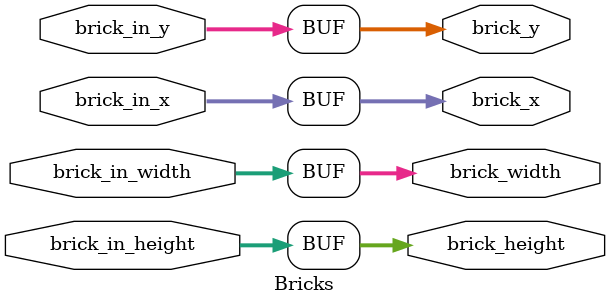
<source format=sv>
module Bricks (		input	 [9:0] brick_in_x,
							input	 [9:0] brick_in_y,
							input	 [9:0] brick_in_width,
							input  [9:0] brick_in_height,
							output [9:0] brick_width,
							output [9:0] brick_height,
							output [9:0] brick_x,
							output [9:0] brick_y
						);
						
	assign brick_x = brick_in_x;
	assign brick_y = brick_in_y;
	assign brick_width = brick_in_width;
	assign brick_height = brick_in_height;
	
	
	
	
	
endmodule
</source>
